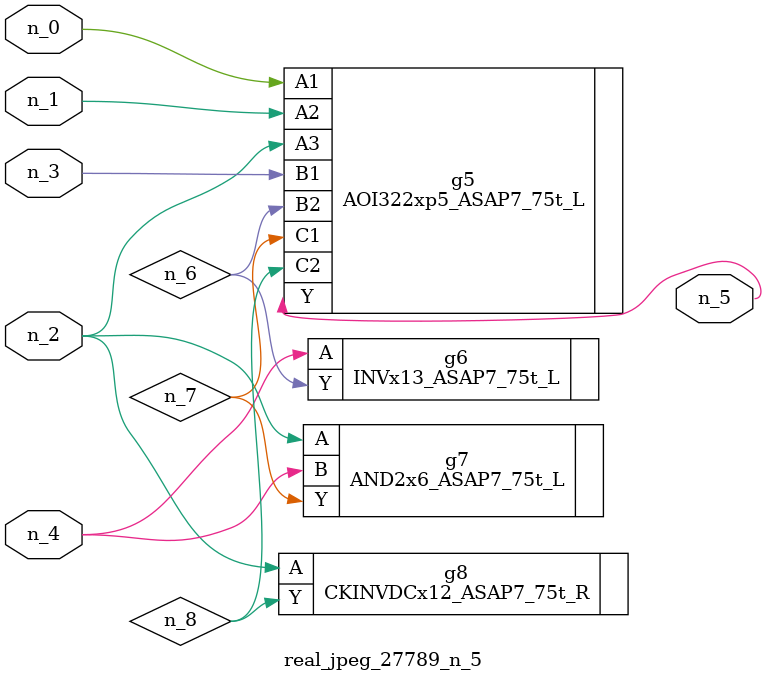
<source format=v>
module real_jpeg_27789_n_5 (n_4, n_0, n_1, n_2, n_3, n_5);

input n_4;
input n_0;
input n_1;
input n_2;
input n_3;

output n_5;

wire n_8;
wire n_6;
wire n_7;

AOI322xp5_ASAP7_75t_L g5 ( 
.A1(n_0),
.A2(n_1),
.A3(n_2),
.B1(n_3),
.B2(n_6),
.C1(n_7),
.C2(n_8),
.Y(n_5)
);

AND2x6_ASAP7_75t_L g7 ( 
.A(n_2),
.B(n_4),
.Y(n_7)
);

CKINVDCx12_ASAP7_75t_R g8 ( 
.A(n_2),
.Y(n_8)
);

INVx13_ASAP7_75t_L g6 ( 
.A(n_4),
.Y(n_6)
);


endmodule
</source>
